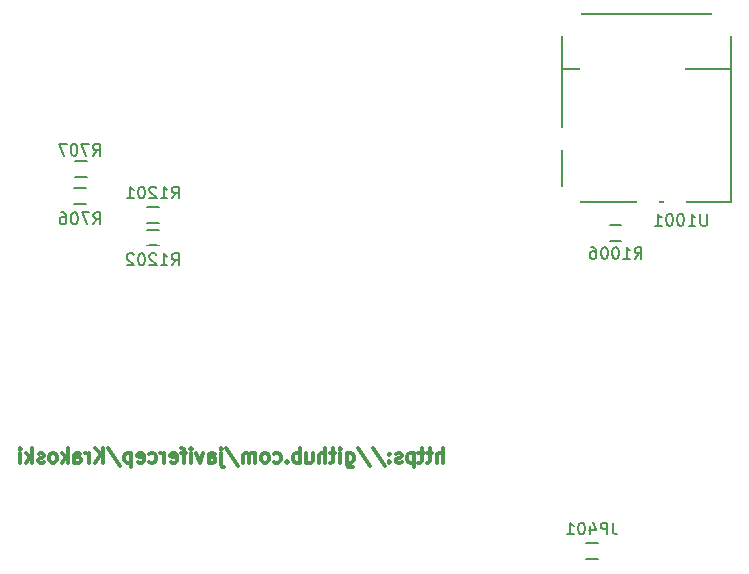
<source format=gbo>
G04 #@! TF.FileFunction,Legend,Bot*
%FSLAX46Y46*%
G04 Gerber Fmt 4.6, Leading zero omitted, Abs format (unit mm)*
G04 Created by KiCad (PCBNEW 4.0.0-rc1-stable) date 01/12/2015 21:12:57*
%MOMM*%
G01*
G04 APERTURE LIST*
%ADD10C,0.100000*%
%ADD11C,0.300000*%
%ADD12C,0.150000*%
%ADD13C,5.200600*%
%ADD14R,5.200600X5.200600*%
%ADD15R,2.127200X2.432000*%
%ADD16O,2.127200X2.432000*%
%ADD17R,2.127200X2.127200*%
%ADD18O,2.127200X2.127200*%
%ADD19R,1.600000X1.300000*%
%ADD20R,2.635200X2.635200*%
%ADD21R,2.300000X2.500000*%
%ADD22O,1.700000X1.450000*%
%ADD23R,1.924000X1.924000*%
%ADD24C,1.924000*%
%ADD25R,1.200000X3.900000*%
%ADD26R,2.400000X2.100000*%
%ADD27R,2.150000X1.900000*%
%ADD28R,2.200000X2.150000*%
%ADD29R,1.900000X2.150000*%
%ADD30C,3.700000*%
G04 APERTURE END LIST*
D10*
D11*
X162535714Y-113572857D02*
X162535714Y-112372857D01*
X162021428Y-113572857D02*
X162021428Y-112944286D01*
X162078571Y-112830000D01*
X162192857Y-112772857D01*
X162364285Y-112772857D01*
X162478571Y-112830000D01*
X162535714Y-112887143D01*
X161621428Y-112772857D02*
X161164285Y-112772857D01*
X161450000Y-112372857D02*
X161450000Y-113401429D01*
X161392857Y-113515714D01*
X161278571Y-113572857D01*
X161164285Y-113572857D01*
X160935714Y-112772857D02*
X160478571Y-112772857D01*
X160764286Y-112372857D02*
X160764286Y-113401429D01*
X160707143Y-113515714D01*
X160592857Y-113572857D01*
X160478571Y-113572857D01*
X160078572Y-112772857D02*
X160078572Y-113972857D01*
X160078572Y-112830000D02*
X159964286Y-112772857D01*
X159735715Y-112772857D01*
X159621429Y-112830000D01*
X159564286Y-112887143D01*
X159507143Y-113001429D01*
X159507143Y-113344286D01*
X159564286Y-113458571D01*
X159621429Y-113515714D01*
X159735715Y-113572857D01*
X159964286Y-113572857D01*
X160078572Y-113515714D01*
X159050001Y-113515714D02*
X158935715Y-113572857D01*
X158707143Y-113572857D01*
X158592858Y-113515714D01*
X158535715Y-113401429D01*
X158535715Y-113344286D01*
X158592858Y-113230000D01*
X158707143Y-113172857D01*
X158878572Y-113172857D01*
X158992858Y-113115714D01*
X159050001Y-113001429D01*
X159050001Y-112944286D01*
X158992858Y-112830000D01*
X158878572Y-112772857D01*
X158707143Y-112772857D01*
X158592858Y-112830000D01*
X158021429Y-113458571D02*
X157964286Y-113515714D01*
X158021429Y-113572857D01*
X158078572Y-113515714D01*
X158021429Y-113458571D01*
X158021429Y-113572857D01*
X158021429Y-112830000D02*
X157964286Y-112887143D01*
X158021429Y-112944286D01*
X158078572Y-112887143D01*
X158021429Y-112830000D01*
X158021429Y-112944286D01*
X156592857Y-112315714D02*
X157621428Y-113858571D01*
X155335714Y-112315714D02*
X156364285Y-113858571D01*
X154421428Y-112772857D02*
X154421428Y-113744286D01*
X154478571Y-113858571D01*
X154535714Y-113915714D01*
X154649999Y-113972857D01*
X154821428Y-113972857D01*
X154935714Y-113915714D01*
X154421428Y-113515714D02*
X154535714Y-113572857D01*
X154764285Y-113572857D01*
X154878571Y-113515714D01*
X154935714Y-113458571D01*
X154992857Y-113344286D01*
X154992857Y-113001429D01*
X154935714Y-112887143D01*
X154878571Y-112830000D01*
X154764285Y-112772857D01*
X154535714Y-112772857D01*
X154421428Y-112830000D01*
X153850000Y-113572857D02*
X153850000Y-112772857D01*
X153850000Y-112372857D02*
X153907143Y-112430000D01*
X153850000Y-112487143D01*
X153792857Y-112430000D01*
X153850000Y-112372857D01*
X153850000Y-112487143D01*
X153449999Y-112772857D02*
X152992856Y-112772857D01*
X153278571Y-112372857D02*
X153278571Y-113401429D01*
X153221428Y-113515714D01*
X153107142Y-113572857D01*
X152992856Y-113572857D01*
X152592857Y-113572857D02*
X152592857Y-112372857D01*
X152078571Y-113572857D02*
X152078571Y-112944286D01*
X152135714Y-112830000D01*
X152250000Y-112772857D01*
X152421428Y-112772857D01*
X152535714Y-112830000D01*
X152592857Y-112887143D01*
X150992857Y-112772857D02*
X150992857Y-113572857D01*
X151507143Y-112772857D02*
X151507143Y-113401429D01*
X151450000Y-113515714D01*
X151335714Y-113572857D01*
X151164286Y-113572857D01*
X151050000Y-113515714D01*
X150992857Y-113458571D01*
X150421429Y-113572857D02*
X150421429Y-112372857D01*
X150421429Y-112830000D02*
X150307143Y-112772857D01*
X150078572Y-112772857D01*
X149964286Y-112830000D01*
X149907143Y-112887143D01*
X149850000Y-113001429D01*
X149850000Y-113344286D01*
X149907143Y-113458571D01*
X149964286Y-113515714D01*
X150078572Y-113572857D01*
X150307143Y-113572857D01*
X150421429Y-113515714D01*
X149335715Y-113458571D02*
X149278572Y-113515714D01*
X149335715Y-113572857D01*
X149392858Y-113515714D01*
X149335715Y-113458571D01*
X149335715Y-113572857D01*
X148250000Y-113515714D02*
X148364286Y-113572857D01*
X148592857Y-113572857D01*
X148707143Y-113515714D01*
X148764286Y-113458571D01*
X148821429Y-113344286D01*
X148821429Y-113001429D01*
X148764286Y-112887143D01*
X148707143Y-112830000D01*
X148592857Y-112772857D01*
X148364286Y-112772857D01*
X148250000Y-112830000D01*
X147564286Y-113572857D02*
X147678572Y-113515714D01*
X147735715Y-113458571D01*
X147792858Y-113344286D01*
X147792858Y-113001429D01*
X147735715Y-112887143D01*
X147678572Y-112830000D01*
X147564286Y-112772857D01*
X147392858Y-112772857D01*
X147278572Y-112830000D01*
X147221429Y-112887143D01*
X147164286Y-113001429D01*
X147164286Y-113344286D01*
X147221429Y-113458571D01*
X147278572Y-113515714D01*
X147392858Y-113572857D01*
X147564286Y-113572857D01*
X146650001Y-113572857D02*
X146650001Y-112772857D01*
X146650001Y-112887143D02*
X146592858Y-112830000D01*
X146478572Y-112772857D01*
X146307144Y-112772857D01*
X146192858Y-112830000D01*
X146135715Y-112944286D01*
X146135715Y-113572857D01*
X146135715Y-112944286D02*
X146078572Y-112830000D01*
X145964286Y-112772857D01*
X145792858Y-112772857D01*
X145678572Y-112830000D01*
X145621429Y-112944286D01*
X145621429Y-113572857D01*
X144192858Y-112315714D02*
X145221429Y-113858571D01*
X143792858Y-112772857D02*
X143792858Y-113801429D01*
X143850001Y-113915714D01*
X143964286Y-113972857D01*
X144021429Y-113972857D01*
X143792858Y-112372857D02*
X143850001Y-112430000D01*
X143792858Y-112487143D01*
X143735715Y-112430000D01*
X143792858Y-112372857D01*
X143792858Y-112487143D01*
X142707143Y-113572857D02*
X142707143Y-112944286D01*
X142764286Y-112830000D01*
X142878572Y-112772857D01*
X143107143Y-112772857D01*
X143221429Y-112830000D01*
X142707143Y-113515714D02*
X142821429Y-113572857D01*
X143107143Y-113572857D01*
X143221429Y-113515714D01*
X143278572Y-113401429D01*
X143278572Y-113287143D01*
X143221429Y-113172857D01*
X143107143Y-113115714D01*
X142821429Y-113115714D01*
X142707143Y-113058571D01*
X142250000Y-112772857D02*
X141964286Y-113572857D01*
X141678572Y-112772857D01*
X141221429Y-113572857D02*
X141221429Y-112772857D01*
X141221429Y-112372857D02*
X141278572Y-112430000D01*
X141221429Y-112487143D01*
X141164286Y-112430000D01*
X141221429Y-112372857D01*
X141221429Y-112487143D01*
X140821428Y-112772857D02*
X140364285Y-112772857D01*
X140650000Y-113572857D02*
X140650000Y-112544286D01*
X140592857Y-112430000D01*
X140478571Y-112372857D01*
X140364285Y-112372857D01*
X139507143Y-113515714D02*
X139621429Y-113572857D01*
X139850000Y-113572857D01*
X139964286Y-113515714D01*
X140021429Y-113401429D01*
X140021429Y-112944286D01*
X139964286Y-112830000D01*
X139850000Y-112772857D01*
X139621429Y-112772857D01*
X139507143Y-112830000D01*
X139450000Y-112944286D01*
X139450000Y-113058571D01*
X140021429Y-113172857D01*
X138935715Y-113572857D02*
X138935715Y-112772857D01*
X138935715Y-113001429D02*
X138878572Y-112887143D01*
X138821429Y-112830000D01*
X138707143Y-112772857D01*
X138592858Y-112772857D01*
X137678572Y-113515714D02*
X137792858Y-113572857D01*
X138021429Y-113572857D01*
X138135715Y-113515714D01*
X138192858Y-113458571D01*
X138250001Y-113344286D01*
X138250001Y-113001429D01*
X138192858Y-112887143D01*
X138135715Y-112830000D01*
X138021429Y-112772857D01*
X137792858Y-112772857D01*
X137678572Y-112830000D01*
X136707144Y-113515714D02*
X136821430Y-113572857D01*
X137050001Y-113572857D01*
X137164287Y-113515714D01*
X137221430Y-113401429D01*
X137221430Y-112944286D01*
X137164287Y-112830000D01*
X137050001Y-112772857D01*
X136821430Y-112772857D01*
X136707144Y-112830000D01*
X136650001Y-112944286D01*
X136650001Y-113058571D01*
X137221430Y-113172857D01*
X136135716Y-112772857D02*
X136135716Y-113972857D01*
X136135716Y-112830000D02*
X136021430Y-112772857D01*
X135792859Y-112772857D01*
X135678573Y-112830000D01*
X135621430Y-112887143D01*
X135564287Y-113001429D01*
X135564287Y-113344286D01*
X135621430Y-113458571D01*
X135678573Y-113515714D01*
X135792859Y-113572857D01*
X136021430Y-113572857D01*
X136135716Y-113515714D01*
X134192859Y-112315714D02*
X135221430Y-113858571D01*
X133792859Y-113572857D02*
X133792859Y-112372857D01*
X133107144Y-113572857D02*
X133621430Y-112887143D01*
X133107144Y-112372857D02*
X133792859Y-113058571D01*
X132592859Y-113572857D02*
X132592859Y-112772857D01*
X132592859Y-113001429D02*
X132535716Y-112887143D01*
X132478573Y-112830000D01*
X132364287Y-112772857D01*
X132250002Y-112772857D01*
X131335716Y-113572857D02*
X131335716Y-112944286D01*
X131392859Y-112830000D01*
X131507145Y-112772857D01*
X131735716Y-112772857D01*
X131850002Y-112830000D01*
X131335716Y-113515714D02*
X131450002Y-113572857D01*
X131735716Y-113572857D01*
X131850002Y-113515714D01*
X131907145Y-113401429D01*
X131907145Y-113287143D01*
X131850002Y-113172857D01*
X131735716Y-113115714D01*
X131450002Y-113115714D01*
X131335716Y-113058571D01*
X130764288Y-113572857D02*
X130764288Y-112372857D01*
X130650002Y-113115714D02*
X130307145Y-113572857D01*
X130307145Y-112772857D02*
X130764288Y-113230000D01*
X129621430Y-113572857D02*
X129735716Y-113515714D01*
X129792859Y-113458571D01*
X129850002Y-113344286D01*
X129850002Y-113001429D01*
X129792859Y-112887143D01*
X129735716Y-112830000D01*
X129621430Y-112772857D01*
X129450002Y-112772857D01*
X129335716Y-112830000D01*
X129278573Y-112887143D01*
X129221430Y-113001429D01*
X129221430Y-113344286D01*
X129278573Y-113458571D01*
X129335716Y-113515714D01*
X129450002Y-113572857D01*
X129621430Y-113572857D01*
X128764288Y-113515714D02*
X128650002Y-113572857D01*
X128421430Y-113572857D01*
X128307145Y-113515714D01*
X128250002Y-113401429D01*
X128250002Y-113344286D01*
X128307145Y-113230000D01*
X128421430Y-113172857D01*
X128592859Y-113172857D01*
X128707145Y-113115714D01*
X128764288Y-113001429D01*
X128764288Y-112944286D01*
X128707145Y-112830000D01*
X128592859Y-112772857D01*
X128421430Y-112772857D01*
X128307145Y-112830000D01*
X127735716Y-113572857D02*
X127735716Y-112372857D01*
X127621430Y-113115714D02*
X127278573Y-113572857D01*
X127278573Y-112772857D02*
X127735716Y-113230000D01*
X126764287Y-113572857D02*
X126764287Y-112772857D01*
X126764287Y-112372857D02*
X126821430Y-112430000D01*
X126764287Y-112487143D01*
X126707144Y-112430000D01*
X126764287Y-112372857D01*
X126764287Y-112487143D01*
D12*
X174650000Y-121775000D02*
X175650000Y-121775000D01*
X175650000Y-120425000D02*
X174650000Y-120425000D01*
X132336160Y-90366220D02*
X131336160Y-90366220D01*
X131336160Y-91716220D02*
X132336160Y-91716220D01*
X132392040Y-88075140D02*
X131392040Y-88075140D01*
X131392040Y-89425140D02*
X132392040Y-89425140D01*
X176665000Y-94782000D02*
X177665000Y-94782000D01*
X177665000Y-93432000D02*
X176665000Y-93432000D01*
X137500000Y-93325000D02*
X138500000Y-93325000D01*
X138500000Y-91975000D02*
X137500000Y-91975000D01*
X138500000Y-93845000D02*
X137500000Y-93845000D01*
X137500000Y-95195000D02*
X138500000Y-95195000D01*
X186915960Y-80217040D02*
X172615960Y-80217040D01*
X186915960Y-75617040D02*
X186915960Y-91517040D01*
X186915960Y-91517040D02*
X172615960Y-91517040D01*
X172615960Y-75617040D02*
X172615960Y-91517040D01*
X172615960Y-75617040D02*
X186915960Y-75617040D01*
X176935714Y-118652381D02*
X176935714Y-119366667D01*
X176983334Y-119509524D01*
X177078572Y-119604762D01*
X177221429Y-119652381D01*
X177316667Y-119652381D01*
X176459524Y-119652381D02*
X176459524Y-118652381D01*
X176078571Y-118652381D01*
X175983333Y-118700000D01*
X175935714Y-118747619D01*
X175888095Y-118842857D01*
X175888095Y-118985714D01*
X175935714Y-119080952D01*
X175983333Y-119128571D01*
X176078571Y-119176190D01*
X176459524Y-119176190D01*
X175030952Y-118985714D02*
X175030952Y-119652381D01*
X175269048Y-118604762D02*
X175507143Y-119319048D01*
X174888095Y-119319048D01*
X174316667Y-118652381D02*
X174221428Y-118652381D01*
X174126190Y-118700000D01*
X174078571Y-118747619D01*
X174030952Y-118842857D01*
X173983333Y-119033333D01*
X173983333Y-119271429D01*
X174030952Y-119461905D01*
X174078571Y-119557143D01*
X174126190Y-119604762D01*
X174221428Y-119652381D01*
X174316667Y-119652381D01*
X174411905Y-119604762D01*
X174459524Y-119557143D01*
X174507143Y-119461905D01*
X174554762Y-119271429D01*
X174554762Y-119033333D01*
X174507143Y-118842857D01*
X174459524Y-118747619D01*
X174411905Y-118700000D01*
X174316667Y-118652381D01*
X173030952Y-119652381D02*
X173602381Y-119652381D01*
X173316667Y-119652381D02*
X173316667Y-118652381D01*
X173411905Y-118795238D01*
X173507143Y-118890476D01*
X173602381Y-118938095D01*
X132955207Y-93393601D02*
X133288541Y-92917410D01*
X133526636Y-93393601D02*
X133526636Y-92393601D01*
X133145683Y-92393601D01*
X133050445Y-92441220D01*
X133002826Y-92488839D01*
X132955207Y-92584077D01*
X132955207Y-92726934D01*
X133002826Y-92822172D01*
X133050445Y-92869791D01*
X133145683Y-92917410D01*
X133526636Y-92917410D01*
X132621874Y-92393601D02*
X131955207Y-92393601D01*
X132383779Y-93393601D01*
X131383779Y-92393601D02*
X131288540Y-92393601D01*
X131193302Y-92441220D01*
X131145683Y-92488839D01*
X131098064Y-92584077D01*
X131050445Y-92774553D01*
X131050445Y-93012649D01*
X131098064Y-93203125D01*
X131145683Y-93298363D01*
X131193302Y-93345982D01*
X131288540Y-93393601D01*
X131383779Y-93393601D01*
X131479017Y-93345982D01*
X131526636Y-93298363D01*
X131574255Y-93203125D01*
X131621874Y-93012649D01*
X131621874Y-92774553D01*
X131574255Y-92584077D01*
X131526636Y-92488839D01*
X131479017Y-92441220D01*
X131383779Y-92393601D01*
X130193302Y-92393601D02*
X130383779Y-92393601D01*
X130479017Y-92441220D01*
X130526636Y-92488839D01*
X130621874Y-92631696D01*
X130669493Y-92822172D01*
X130669493Y-93203125D01*
X130621874Y-93298363D01*
X130574255Y-93345982D01*
X130479017Y-93393601D01*
X130288540Y-93393601D01*
X130193302Y-93345982D01*
X130145683Y-93298363D01*
X130098064Y-93203125D01*
X130098064Y-92965030D01*
X130145683Y-92869791D01*
X130193302Y-92822172D01*
X130288540Y-92774553D01*
X130479017Y-92774553D01*
X130574255Y-92822172D01*
X130621874Y-92869791D01*
X130669493Y-92965030D01*
X132939047Y-87592381D02*
X133272381Y-87116190D01*
X133510476Y-87592381D02*
X133510476Y-86592381D01*
X133129523Y-86592381D01*
X133034285Y-86640000D01*
X132986666Y-86687619D01*
X132939047Y-86782857D01*
X132939047Y-86925714D01*
X132986666Y-87020952D01*
X133034285Y-87068571D01*
X133129523Y-87116190D01*
X133510476Y-87116190D01*
X132605714Y-86592381D02*
X131939047Y-86592381D01*
X132367619Y-87592381D01*
X131367619Y-86592381D02*
X131272380Y-86592381D01*
X131177142Y-86640000D01*
X131129523Y-86687619D01*
X131081904Y-86782857D01*
X131034285Y-86973333D01*
X131034285Y-87211429D01*
X131081904Y-87401905D01*
X131129523Y-87497143D01*
X131177142Y-87544762D01*
X131272380Y-87592381D01*
X131367619Y-87592381D01*
X131462857Y-87544762D01*
X131510476Y-87497143D01*
X131558095Y-87401905D01*
X131605714Y-87211429D01*
X131605714Y-86973333D01*
X131558095Y-86782857D01*
X131510476Y-86687619D01*
X131462857Y-86640000D01*
X131367619Y-86592381D01*
X130700952Y-86592381D02*
X130034285Y-86592381D01*
X130462857Y-87592381D01*
X178785238Y-96322381D02*
X179118572Y-95846190D01*
X179356667Y-96322381D02*
X179356667Y-95322381D01*
X178975714Y-95322381D01*
X178880476Y-95370000D01*
X178832857Y-95417619D01*
X178785238Y-95512857D01*
X178785238Y-95655714D01*
X178832857Y-95750952D01*
X178880476Y-95798571D01*
X178975714Y-95846190D01*
X179356667Y-95846190D01*
X177832857Y-96322381D02*
X178404286Y-96322381D01*
X178118572Y-96322381D02*
X178118572Y-95322381D01*
X178213810Y-95465238D01*
X178309048Y-95560476D01*
X178404286Y-95608095D01*
X177213810Y-95322381D02*
X177118571Y-95322381D01*
X177023333Y-95370000D01*
X176975714Y-95417619D01*
X176928095Y-95512857D01*
X176880476Y-95703333D01*
X176880476Y-95941429D01*
X176928095Y-96131905D01*
X176975714Y-96227143D01*
X177023333Y-96274762D01*
X177118571Y-96322381D01*
X177213810Y-96322381D01*
X177309048Y-96274762D01*
X177356667Y-96227143D01*
X177404286Y-96131905D01*
X177451905Y-95941429D01*
X177451905Y-95703333D01*
X177404286Y-95512857D01*
X177356667Y-95417619D01*
X177309048Y-95370000D01*
X177213810Y-95322381D01*
X176261429Y-95322381D02*
X176166190Y-95322381D01*
X176070952Y-95370000D01*
X176023333Y-95417619D01*
X175975714Y-95512857D01*
X175928095Y-95703333D01*
X175928095Y-95941429D01*
X175975714Y-96131905D01*
X176023333Y-96227143D01*
X176070952Y-96274762D01*
X176166190Y-96322381D01*
X176261429Y-96322381D01*
X176356667Y-96274762D01*
X176404286Y-96227143D01*
X176451905Y-96131905D01*
X176499524Y-95941429D01*
X176499524Y-95703333D01*
X176451905Y-95512857D01*
X176404286Y-95417619D01*
X176356667Y-95370000D01*
X176261429Y-95322381D01*
X175070952Y-95322381D02*
X175261429Y-95322381D01*
X175356667Y-95370000D01*
X175404286Y-95417619D01*
X175499524Y-95560476D01*
X175547143Y-95750952D01*
X175547143Y-96131905D01*
X175499524Y-96227143D01*
X175451905Y-96274762D01*
X175356667Y-96322381D01*
X175166190Y-96322381D01*
X175070952Y-96274762D01*
X175023333Y-96227143D01*
X174975714Y-96131905D01*
X174975714Y-95893810D01*
X175023333Y-95798571D01*
X175070952Y-95750952D01*
X175166190Y-95703333D01*
X175356667Y-95703333D01*
X175451905Y-95750952D01*
X175499524Y-95798571D01*
X175547143Y-95893810D01*
X139595238Y-91202381D02*
X139928572Y-90726190D01*
X140166667Y-91202381D02*
X140166667Y-90202381D01*
X139785714Y-90202381D01*
X139690476Y-90250000D01*
X139642857Y-90297619D01*
X139595238Y-90392857D01*
X139595238Y-90535714D01*
X139642857Y-90630952D01*
X139690476Y-90678571D01*
X139785714Y-90726190D01*
X140166667Y-90726190D01*
X138642857Y-91202381D02*
X139214286Y-91202381D01*
X138928572Y-91202381D02*
X138928572Y-90202381D01*
X139023810Y-90345238D01*
X139119048Y-90440476D01*
X139214286Y-90488095D01*
X138261905Y-90297619D02*
X138214286Y-90250000D01*
X138119048Y-90202381D01*
X137880952Y-90202381D01*
X137785714Y-90250000D01*
X137738095Y-90297619D01*
X137690476Y-90392857D01*
X137690476Y-90488095D01*
X137738095Y-90630952D01*
X138309524Y-91202381D01*
X137690476Y-91202381D01*
X137071429Y-90202381D02*
X136976190Y-90202381D01*
X136880952Y-90250000D01*
X136833333Y-90297619D01*
X136785714Y-90392857D01*
X136738095Y-90583333D01*
X136738095Y-90821429D01*
X136785714Y-91011905D01*
X136833333Y-91107143D01*
X136880952Y-91154762D01*
X136976190Y-91202381D01*
X137071429Y-91202381D01*
X137166667Y-91154762D01*
X137214286Y-91107143D01*
X137261905Y-91011905D01*
X137309524Y-90821429D01*
X137309524Y-90583333D01*
X137261905Y-90392857D01*
X137214286Y-90297619D01*
X137166667Y-90250000D01*
X137071429Y-90202381D01*
X135785714Y-91202381D02*
X136357143Y-91202381D01*
X136071429Y-91202381D02*
X136071429Y-90202381D01*
X136166667Y-90345238D01*
X136261905Y-90440476D01*
X136357143Y-90488095D01*
X139595238Y-96872381D02*
X139928572Y-96396190D01*
X140166667Y-96872381D02*
X140166667Y-95872381D01*
X139785714Y-95872381D01*
X139690476Y-95920000D01*
X139642857Y-95967619D01*
X139595238Y-96062857D01*
X139595238Y-96205714D01*
X139642857Y-96300952D01*
X139690476Y-96348571D01*
X139785714Y-96396190D01*
X140166667Y-96396190D01*
X138642857Y-96872381D02*
X139214286Y-96872381D01*
X138928572Y-96872381D02*
X138928572Y-95872381D01*
X139023810Y-96015238D01*
X139119048Y-96110476D01*
X139214286Y-96158095D01*
X138261905Y-95967619D02*
X138214286Y-95920000D01*
X138119048Y-95872381D01*
X137880952Y-95872381D01*
X137785714Y-95920000D01*
X137738095Y-95967619D01*
X137690476Y-96062857D01*
X137690476Y-96158095D01*
X137738095Y-96300952D01*
X138309524Y-96872381D01*
X137690476Y-96872381D01*
X137071429Y-95872381D02*
X136976190Y-95872381D01*
X136880952Y-95920000D01*
X136833333Y-95967619D01*
X136785714Y-96062857D01*
X136738095Y-96253333D01*
X136738095Y-96491429D01*
X136785714Y-96681905D01*
X136833333Y-96777143D01*
X136880952Y-96824762D01*
X136976190Y-96872381D01*
X137071429Y-96872381D01*
X137166667Y-96824762D01*
X137214286Y-96777143D01*
X137261905Y-96681905D01*
X137309524Y-96491429D01*
X137309524Y-96253333D01*
X137261905Y-96062857D01*
X137214286Y-95967619D01*
X137166667Y-95920000D01*
X137071429Y-95872381D01*
X136357143Y-95967619D02*
X136309524Y-95920000D01*
X136214286Y-95872381D01*
X135976190Y-95872381D01*
X135880952Y-95920000D01*
X135833333Y-95967619D01*
X135785714Y-96062857D01*
X135785714Y-96158095D01*
X135833333Y-96300952D01*
X136404762Y-96872381D01*
X135785714Y-96872381D01*
X184910476Y-92522381D02*
X184910476Y-93331905D01*
X184862857Y-93427143D01*
X184815238Y-93474762D01*
X184720000Y-93522381D01*
X184529523Y-93522381D01*
X184434285Y-93474762D01*
X184386666Y-93427143D01*
X184339047Y-93331905D01*
X184339047Y-92522381D01*
X183339047Y-93522381D02*
X183910476Y-93522381D01*
X183624762Y-93522381D02*
X183624762Y-92522381D01*
X183720000Y-92665238D01*
X183815238Y-92760476D01*
X183910476Y-92808095D01*
X182720000Y-92522381D02*
X182624761Y-92522381D01*
X182529523Y-92570000D01*
X182481904Y-92617619D01*
X182434285Y-92712857D01*
X182386666Y-92903333D01*
X182386666Y-93141429D01*
X182434285Y-93331905D01*
X182481904Y-93427143D01*
X182529523Y-93474762D01*
X182624761Y-93522381D01*
X182720000Y-93522381D01*
X182815238Y-93474762D01*
X182862857Y-93427143D01*
X182910476Y-93331905D01*
X182958095Y-93141429D01*
X182958095Y-92903333D01*
X182910476Y-92712857D01*
X182862857Y-92617619D01*
X182815238Y-92570000D01*
X182720000Y-92522381D01*
X181767619Y-92522381D02*
X181672380Y-92522381D01*
X181577142Y-92570000D01*
X181529523Y-92617619D01*
X181481904Y-92712857D01*
X181434285Y-92903333D01*
X181434285Y-93141429D01*
X181481904Y-93331905D01*
X181529523Y-93427143D01*
X181577142Y-93474762D01*
X181672380Y-93522381D01*
X181767619Y-93522381D01*
X181862857Y-93474762D01*
X181910476Y-93427143D01*
X181958095Y-93331905D01*
X182005714Y-93141429D01*
X182005714Y-92903333D01*
X181958095Y-92712857D01*
X181910476Y-92617619D01*
X181862857Y-92570000D01*
X181767619Y-92522381D01*
X180481904Y-93522381D02*
X181053333Y-93522381D01*
X180767619Y-93522381D02*
X180767619Y-92522381D01*
X180862857Y-92665238D01*
X180958095Y-92760476D01*
X181053333Y-92808095D01*
%LPC*%
D13*
X114106960Y-111704120D03*
D14*
X120202960Y-111704120D03*
D13*
X116392960Y-116784120D03*
D15*
X174040000Y-124700000D03*
D16*
X176580000Y-124700000D03*
X179120000Y-124700000D03*
X181660000Y-124700000D03*
X184200000Y-124700000D03*
X186740000Y-124700000D03*
D17*
X168010840Y-99500000D03*
D18*
X170550840Y-99500000D03*
X168010840Y-102040000D03*
X170550840Y-102040000D03*
X168010840Y-104580000D03*
X170550840Y-104580000D03*
D19*
X176250000Y-121100000D03*
X174050000Y-121100000D03*
D20*
X170525160Y-124714000D03*
X125870000Y-76454000D03*
D21*
X111414900Y-89616900D03*
X111414900Y-96996900D03*
D22*
X114594900Y-91081900D03*
X114594900Y-95531900D03*
D17*
X192468500Y-114592100D03*
D18*
X192468500Y-112052100D03*
X189928500Y-114592100D03*
X189928500Y-112052100D03*
X187388500Y-114592100D03*
X187388500Y-112052100D03*
X184848500Y-114592100D03*
X184848500Y-112052100D03*
D17*
X189712600Y-94856300D03*
D18*
X192252600Y-94856300D03*
X189712600Y-92316300D03*
X192252600Y-92316300D03*
X189712600Y-89776300D03*
X192252600Y-89776300D03*
X189712600Y-87236300D03*
X192252600Y-87236300D03*
D19*
X130736160Y-91041220D03*
X132936160Y-91041220D03*
X130792040Y-88750140D03*
X132992040Y-88750140D03*
X178265000Y-94107000D03*
X176065000Y-94107000D03*
X139100000Y-92650000D03*
X136900000Y-92650000D03*
X136900000Y-94520000D03*
X139100000Y-94520000D03*
D23*
X168019000Y-76454000D03*
D24*
X162939000Y-76454000D03*
X160399000Y-76454000D03*
X157859000Y-76454000D03*
X155319000Y-76454000D03*
X152779000Y-76454000D03*
X150239000Y-76454000D03*
D23*
X146175000Y-76454000D03*
D24*
X143635000Y-76454000D03*
X141095000Y-76454000D03*
X138555000Y-76454000D03*
X136015000Y-76454000D03*
X133479000Y-76454000D03*
X165479000Y-76454000D03*
D23*
X168019000Y-124714000D03*
D24*
X165479000Y-124714000D03*
X162939000Y-124714000D03*
X160399000Y-124714000D03*
X157859000Y-124714000D03*
X155319000Y-124714000D03*
X150239000Y-124714000D03*
X145159000Y-124714000D03*
X142619000Y-124714000D03*
X140079000Y-124714000D03*
X137539000Y-124714000D03*
X147699000Y-124714000D03*
X130939000Y-76454000D03*
X128399000Y-76454000D03*
D25*
X182465960Y-78467040D03*
X181365960Y-78467040D03*
X180265960Y-78467040D03*
X179165960Y-78467040D03*
X178065960Y-78467040D03*
X176965960Y-78467040D03*
X175865960Y-78467040D03*
X174765960Y-78467040D03*
D26*
X173015960Y-76467040D03*
X186515960Y-76467040D03*
D27*
X172890960Y-86217040D03*
D28*
X173015960Y-91242040D03*
D29*
X182215960Y-91242040D03*
X179915960Y-91242040D03*
D30*
X114000000Y-78500000D03*
X114000000Y-123000000D03*
X192000000Y-123000000D03*
X192000000Y-78500000D03*
M02*

</source>
